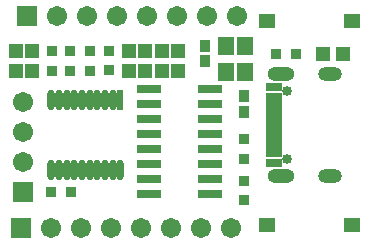
<source format=gts>
%FSLAX25Y25*%
%MOIN*%
G70*
G01*
G75*
G04 Layer_Color=8388736*
%ADD10O,0.01575X0.05906*%
%ADD11R,0.01575X0.05906*%
%ADD12R,0.03937X0.04331*%
%ADD13R,0.03000X0.03000*%
%ADD14R,0.02756X0.03543*%
%ADD15R,0.07480X0.02362*%
%ADD16R,0.04528X0.01181*%
%ADD17R,0.04528X0.02362*%
%ADD18R,0.04724X0.03937*%
%ADD19R,0.04528X0.05512*%
%ADD20R,0.03000X0.03000*%
%ADD21R,0.04331X0.03937*%
%ADD22C,0.00600*%
%ADD23C,0.01000*%
%ADD24O,0.08263X0.03937*%
%ADD25O,0.07082X0.03937*%
%ADD26C,0.02559*%
%ADD27C,0.05906*%
%ADD28R,0.05906X0.05906*%
%ADD29R,0.05906X0.05906*%
%ADD30C,0.02000*%
%ADD31C,0.00394*%
%ADD32C,0.02362*%
%ADD33C,0.00984*%
%ADD34C,0.01181*%
%ADD35C,0.00787*%
%ADD36C,0.00197*%
%ADD37C,0.00800*%
%ADD38C,0.00100*%
%ADD39C,0.00300*%
%ADD40O,0.02375X0.06706*%
%ADD41R,0.02375X0.06706*%
%ADD42R,0.04737X0.05131*%
%ADD43R,0.03800X0.03800*%
%ADD44R,0.03556X0.04343*%
%ADD45R,0.08280X0.03162*%
%ADD46R,0.05328X0.01981*%
%ADD47R,0.05328X0.03162*%
%ADD48R,0.05524X0.04737*%
%ADD49R,0.05328X0.06312*%
%ADD50R,0.03800X0.03800*%
%ADD51R,0.05131X0.04737*%
%ADD52O,0.09063X0.04737*%
%ADD53O,0.07882X0.04737*%
%ADD54C,0.03359*%
%ADD55C,0.06706*%
%ADD56R,0.06706X0.06706*%
%ADD57R,0.06706X0.06706*%
D40*
X482168Y200572D02*
D03*
X484727Y200572D02*
D03*
X487287D02*
D03*
X489846Y200572D02*
D03*
X492405D02*
D03*
X494964D02*
D03*
X497523D02*
D03*
X500082D02*
D03*
X502641D02*
D03*
X505200Y200572D02*
D03*
X482168Y223800D02*
D03*
X484727D02*
D03*
X487287D02*
D03*
X489846D02*
D03*
X492405D02*
D03*
X494964D02*
D03*
X497523D02*
D03*
X500082D02*
D03*
X502641D02*
D03*
D41*
X505200D02*
D03*
D42*
X508100Y240346D02*
D03*
Y233654D02*
D03*
X513500Y240346D02*
D03*
Y233654D02*
D03*
X519000Y240346D02*
D03*
Y233654D02*
D03*
X524400Y240346D02*
D03*
Y233654D02*
D03*
X475800Y240346D02*
D03*
Y233654D02*
D03*
X470400Y240346D02*
D03*
Y233654D02*
D03*
D43*
X501535Y240318D02*
D03*
Y233818D02*
D03*
X494935Y240118D02*
D03*
Y233618D02*
D03*
X488335Y240118D02*
D03*
Y233618D02*
D03*
X482335Y240118D02*
D03*
Y233618D02*
D03*
X546600Y204350D02*
D03*
X546600Y210850D02*
D03*
Y197050D02*
D03*
X546600Y190550D02*
D03*
D44*
X546600Y220041D02*
D03*
Y225159D02*
D03*
X533400Y241959D02*
D03*
Y236841D02*
D03*
D45*
X514862Y227500D02*
D03*
Y222500D02*
D03*
Y217500D02*
D03*
Y212500D02*
D03*
Y207500D02*
D03*
Y202500D02*
D03*
Y197500D02*
D03*
Y192500D02*
D03*
X535138Y227500D02*
D03*
Y222500D02*
D03*
Y217500D02*
D03*
Y212500D02*
D03*
Y207500D02*
D03*
Y202500D02*
D03*
Y197500D02*
D03*
Y192500D02*
D03*
D46*
X556499Y208710D02*
D03*
Y210679D02*
D03*
Y212647D02*
D03*
Y214616D02*
D03*
Y216584D02*
D03*
Y218553D02*
D03*
Y220521D02*
D03*
Y222490D02*
D03*
D47*
Y225049D02*
D03*
Y228198D02*
D03*
Y206151D02*
D03*
Y203001D02*
D03*
D48*
X582373Y182400D02*
D03*
X554027D02*
D03*
X582373Y250200D02*
D03*
X554027D02*
D03*
D49*
X540450Y233269D02*
D03*
X546750Y241931D02*
D03*
X540450D02*
D03*
X546750Y233269D02*
D03*
D50*
X488650Y193200D02*
D03*
X482150Y193200D02*
D03*
X563650Y239400D02*
D03*
X557150Y239400D02*
D03*
D51*
X579346Y239400D02*
D03*
X572654D02*
D03*
D52*
X558763Y198592D02*
D03*
X558763Y232608D02*
D03*
D53*
X575101Y198592D02*
D03*
X575101Y232608D02*
D03*
D54*
X560731Y204222D02*
D03*
Y226978D02*
D03*
D55*
X544000Y252000D02*
D03*
X534000D02*
D03*
X524000D02*
D03*
X514000D02*
D03*
X504000D02*
D03*
X494000D02*
D03*
X484000D02*
D03*
X472800Y203200D02*
D03*
Y213200D02*
D03*
Y223200D02*
D03*
X542200Y181200D02*
D03*
X532200D02*
D03*
X522200D02*
D03*
X512200D02*
D03*
X502200D02*
D03*
X492200D02*
D03*
X482200D02*
D03*
D56*
X474000Y252000D02*
D03*
X472200Y181200D02*
D03*
D57*
X472800Y193200D02*
D03*
M02*

</source>
